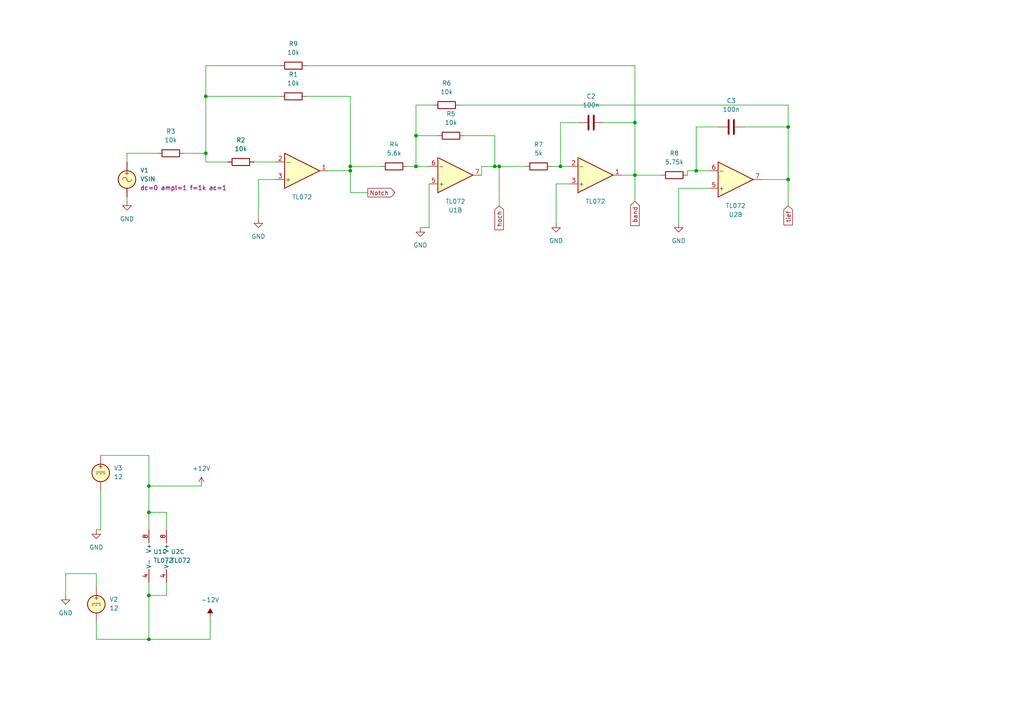
<source format=kicad_sch>
(kicad_sch (version 20230121) (generator eeschema)

  (uuid 975cb6be-d4fb-4dbc-9eff-03249c09e34d)

  (paper "A4")

  (lib_symbols
    (symbol "Amplifier_Operational:TL072" (pin_names (offset 0.127)) (in_bom yes) (on_board yes)
      (property "Reference" "U" (at 0 5.08 0)
        (effects (font (size 1.27 1.27)) (justify left))
      )
      (property "Value" "TL072" (at 0 -5.08 0)
        (effects (font (size 1.27 1.27)) (justify left))
      )
      (property "Footprint" "" (at 0 0 0)
        (effects (font (size 1.27 1.27)) hide)
      )
      (property "Datasheet" "http://www.ti.com/lit/ds/symlink/tl071.pdf" (at 0 0 0)
        (effects (font (size 1.27 1.27)) hide)
      )
      (property "ki_locked" "" (at 0 0 0)
        (effects (font (size 1.27 1.27)))
      )
      (property "ki_keywords" "dual opamp" (at 0 0 0)
        (effects (font (size 1.27 1.27)) hide)
      )
      (property "ki_description" "Dual Low-Noise JFET-Input Operational Amplifiers, DIP-8/SOIC-8" (at 0 0 0)
        (effects (font (size 1.27 1.27)) hide)
      )
      (property "ki_fp_filters" "SOIC*3.9x4.9mm*P1.27mm* DIP*W7.62mm* TO*99* OnSemi*Micro8* TSSOP*3x3mm*P0.65mm* TSSOP*4.4x3mm*P0.65mm* MSOP*3x3mm*P0.65mm* SSOP*3.9x4.9mm*P0.635mm* LFCSP*2x2mm*P0.5mm* *SIP* SOIC*5.3x6.2mm*P1.27mm*" (at 0 0 0)
        (effects (font (size 1.27 1.27)) hide)
      )
      (symbol "TL072_1_1"
        (polyline
          (pts
            (xy -5.08 5.08)
            (xy 5.08 0)
            (xy -5.08 -5.08)
            (xy -5.08 5.08)
          )
          (stroke (width 0.254) (type default))
          (fill (type background))
        )
        (pin output line (at 7.62 0 180) (length 2.54)
          (name "~" (effects (font (size 1.27 1.27))))
          (number "1" (effects (font (size 1.27 1.27))))
        )
        (pin input line (at -7.62 -2.54 0) (length 2.54)
          (name "-" (effects (font (size 1.27 1.27))))
          (number "2" (effects (font (size 1.27 1.27))))
        )
        (pin input line (at -7.62 2.54 0) (length 2.54)
          (name "+" (effects (font (size 1.27 1.27))))
          (number "3" (effects (font (size 1.27 1.27))))
        )
      )
      (symbol "TL072_2_1"
        (polyline
          (pts
            (xy -5.08 5.08)
            (xy 5.08 0)
            (xy -5.08 -5.08)
            (xy -5.08 5.08)
          )
          (stroke (width 0.254) (type default))
          (fill (type background))
        )
        (pin input line (at -7.62 2.54 0) (length 2.54)
          (name "+" (effects (font (size 1.27 1.27))))
          (number "5" (effects (font (size 1.27 1.27))))
        )
        (pin input line (at -7.62 -2.54 0) (length 2.54)
          (name "-" (effects (font (size 1.27 1.27))))
          (number "6" (effects (font (size 1.27 1.27))))
        )
        (pin output line (at 7.62 0 180) (length 2.54)
          (name "~" (effects (font (size 1.27 1.27))))
          (number "7" (effects (font (size 1.27 1.27))))
        )
      )
      (symbol "TL072_3_1"
        (pin power_in line (at -2.54 -7.62 90) (length 3.81)
          (name "V-" (effects (font (size 1.27 1.27))))
          (number "4" (effects (font (size 1.27 1.27))))
        )
        (pin power_in line (at -2.54 7.62 270) (length 3.81)
          (name "V+" (effects (font (size 1.27 1.27))))
          (number "8" (effects (font (size 1.27 1.27))))
        )
      )
    )
    (symbol "Device:C" (pin_numbers hide) (pin_names (offset 0.254)) (in_bom yes) (on_board yes)
      (property "Reference" "C" (at 0.635 2.54 0)
        (effects (font (size 1.27 1.27)) (justify left))
      )
      (property "Value" "C" (at 0.635 -2.54 0)
        (effects (font (size 1.27 1.27)) (justify left))
      )
      (property "Footprint" "" (at 0.9652 -3.81 0)
        (effects (font (size 1.27 1.27)) hide)
      )
      (property "Datasheet" "~" (at 0 0 0)
        (effects (font (size 1.27 1.27)) hide)
      )
      (property "ki_keywords" "cap capacitor" (at 0 0 0)
        (effects (font (size 1.27 1.27)) hide)
      )
      (property "ki_description" "Unpolarized capacitor" (at 0 0 0)
        (effects (font (size 1.27 1.27)) hide)
      )
      (property "ki_fp_filters" "C_*" (at 0 0 0)
        (effects (font (size 1.27 1.27)) hide)
      )
      (symbol "C_0_1"
        (polyline
          (pts
            (xy -2.032 -0.762)
            (xy 2.032 -0.762)
          )
          (stroke (width 0.508) (type default))
          (fill (type none))
        )
        (polyline
          (pts
            (xy -2.032 0.762)
            (xy 2.032 0.762)
          )
          (stroke (width 0.508) (type default))
          (fill (type none))
        )
      )
      (symbol "C_1_1"
        (pin passive line (at 0 3.81 270) (length 2.794)
          (name "~" (effects (font (size 1.27 1.27))))
          (number "1" (effects (font (size 1.27 1.27))))
        )
        (pin passive line (at 0 -3.81 90) (length 2.794)
          (name "~" (effects (font (size 1.27 1.27))))
          (number "2" (effects (font (size 1.27 1.27))))
        )
      )
    )
    (symbol "Device:R" (pin_numbers hide) (pin_names (offset 0)) (in_bom yes) (on_board yes)
      (property "Reference" "R" (at 2.032 0 90)
        (effects (font (size 1.27 1.27)))
      )
      (property "Value" "R" (at 0 0 90)
        (effects (font (size 1.27 1.27)))
      )
      (property "Footprint" "" (at -1.778 0 90)
        (effects (font (size 1.27 1.27)) hide)
      )
      (property "Datasheet" "~" (at 0 0 0)
        (effects (font (size 1.27 1.27)) hide)
      )
      (property "ki_keywords" "R res resistor" (at 0 0 0)
        (effects (font (size 1.27 1.27)) hide)
      )
      (property "ki_description" "Resistor" (at 0 0 0)
        (effects (font (size 1.27 1.27)) hide)
      )
      (property "ki_fp_filters" "R_*" (at 0 0 0)
        (effects (font (size 1.27 1.27)) hide)
      )
      (symbol "R_0_1"
        (rectangle (start -1.016 -2.54) (end 1.016 2.54)
          (stroke (width 0.254) (type default))
          (fill (type none))
        )
      )
      (symbol "R_1_1"
        (pin passive line (at 0 3.81 270) (length 1.27)
          (name "~" (effects (font (size 1.27 1.27))))
          (number "1" (effects (font (size 1.27 1.27))))
        )
        (pin passive line (at 0 -3.81 90) (length 1.27)
          (name "~" (effects (font (size 1.27 1.27))))
          (number "2" (effects (font (size 1.27 1.27))))
        )
      )
    )
    (symbol "Simulation_SPICE:VDC" (pin_numbers hide) (pin_names (offset 0.0254)) (in_bom yes) (on_board yes)
      (property "Reference" "V" (at 2.54 2.54 0)
        (effects (font (size 1.27 1.27)) (justify left))
      )
      (property "Value" "1" (at 2.54 0 0)
        (effects (font (size 1.27 1.27)) (justify left))
      )
      (property "Footprint" "" (at 0 0 0)
        (effects (font (size 1.27 1.27)) hide)
      )
      (property "Datasheet" "~" (at 0 0 0)
        (effects (font (size 1.27 1.27)) hide)
      )
      (property "Sim.Pins" "1=+ 2=-" (at 0 0 0)
        (effects (font (size 1.27 1.27)) hide)
      )
      (property "Sim.Type" "DC" (at 0 0 0)
        (effects (font (size 1.27 1.27)) hide)
      )
      (property "Sim.Device" "V" (at 0 0 0)
        (effects (font (size 1.27 1.27)) (justify left) hide)
      )
      (property "ki_keywords" "simulation" (at 0 0 0)
        (effects (font (size 1.27 1.27)) hide)
      )
      (property "ki_description" "Voltage source, DC" (at 0 0 0)
        (effects (font (size 1.27 1.27)) hide)
      )
      (symbol "VDC_0_0"
        (polyline
          (pts
            (xy -1.27 0.254)
            (xy 1.27 0.254)
          )
          (stroke (width 0) (type default))
          (fill (type none))
        )
        (polyline
          (pts
            (xy -0.762 -0.254)
            (xy -1.27 -0.254)
          )
          (stroke (width 0) (type default))
          (fill (type none))
        )
        (polyline
          (pts
            (xy 0.254 -0.254)
            (xy -0.254 -0.254)
          )
          (stroke (width 0) (type default))
          (fill (type none))
        )
        (polyline
          (pts
            (xy 1.27 -0.254)
            (xy 0.762 -0.254)
          )
          (stroke (width 0) (type default))
          (fill (type none))
        )
        (text "+" (at 0 1.905 0)
          (effects (font (size 1.27 1.27)))
        )
      )
      (symbol "VDC_0_1"
        (circle (center 0 0) (radius 2.54)
          (stroke (width 0.254) (type default))
          (fill (type background))
        )
      )
      (symbol "VDC_1_1"
        (pin passive line (at 0 5.08 270) (length 2.54)
          (name "~" (effects (font (size 1.27 1.27))))
          (number "1" (effects (font (size 1.27 1.27))))
        )
        (pin passive line (at 0 -5.08 90) (length 2.54)
          (name "~" (effects (font (size 1.27 1.27))))
          (number "2" (effects (font (size 1.27 1.27))))
        )
      )
    )
    (symbol "Simulation_SPICE:VSIN" (pin_numbers hide) (pin_names (offset 0.0254)) (in_bom yes) (on_board yes)
      (property "Reference" "V" (at 2.54 2.54 0)
        (effects (font (size 1.27 1.27)) (justify left))
      )
      (property "Value" "VSIN" (at 2.54 0 0)
        (effects (font (size 1.27 1.27)) (justify left))
      )
      (property "Footprint" "" (at 0 0 0)
        (effects (font (size 1.27 1.27)) hide)
      )
      (property "Datasheet" "~" (at 0 0 0)
        (effects (font (size 1.27 1.27)) hide)
      )
      (property "Sim.Pins" "1=+ 2=-" (at 0 0 0)
        (effects (font (size 1.27 1.27)) hide)
      )
      (property "Sim.Params" "dc=0 ampl=1 f=1k ac=1" (at 2.54 -2.54 0)
        (effects (font (size 1.27 1.27)) (justify left))
      )
      (property "Sim.Type" "SIN" (at 0 0 0)
        (effects (font (size 1.27 1.27)) hide)
      )
      (property "Sim.Device" "V" (at 0 0 0)
        (effects (font (size 1.27 1.27)) (justify left) hide)
      )
      (property "ki_keywords" "simulation ac vac" (at 0 0 0)
        (effects (font (size 1.27 1.27)) hide)
      )
      (property "ki_description" "Voltage source, sinusoidal" (at 0 0 0)
        (effects (font (size 1.27 1.27)) hide)
      )
      (symbol "VSIN_0_0"
        (arc (start 0 0) (mid -0.635 0.6323) (end -1.27 0)
          (stroke (width 0) (type default))
          (fill (type none))
        )
        (arc (start 0 0) (mid 0.635 -0.6323) (end 1.27 0)
          (stroke (width 0) (type default))
          (fill (type none))
        )
        (text "+" (at 0 1.905 0)
          (effects (font (size 1.27 1.27)))
        )
      )
      (symbol "VSIN_0_1"
        (circle (center 0 0) (radius 2.54)
          (stroke (width 0.254) (type default))
          (fill (type background))
        )
      )
      (symbol "VSIN_1_1"
        (pin passive line (at 0 5.08 270) (length 2.54)
          (name "~" (effects (font (size 1.27 1.27))))
          (number "1" (effects (font (size 1.27 1.27))))
        )
        (pin passive line (at 0 -5.08 90) (length 2.54)
          (name "~" (effects (font (size 1.27 1.27))))
          (number "2" (effects (font (size 1.27 1.27))))
        )
      )
    )
    (symbol "power:+12V" (power) (pin_names (offset 0)) (in_bom yes) (on_board yes)
      (property "Reference" "#PWR" (at 0 -3.81 0)
        (effects (font (size 1.27 1.27)) hide)
      )
      (property "Value" "+12V" (at 0 3.556 0)
        (effects (font (size 1.27 1.27)))
      )
      (property "Footprint" "" (at 0 0 0)
        (effects (font (size 1.27 1.27)) hide)
      )
      (property "Datasheet" "" (at 0 0 0)
        (effects (font (size 1.27 1.27)) hide)
      )
      (property "ki_keywords" "global power" (at 0 0 0)
        (effects (font (size 1.27 1.27)) hide)
      )
      (property "ki_description" "Power symbol creates a global label with name \"+12V\"" (at 0 0 0)
        (effects (font (size 1.27 1.27)) hide)
      )
      (symbol "+12V_0_1"
        (polyline
          (pts
            (xy -0.762 1.27)
            (xy 0 2.54)
          )
          (stroke (width 0) (type default))
          (fill (type none))
        )
        (polyline
          (pts
            (xy 0 0)
            (xy 0 2.54)
          )
          (stroke (width 0) (type default))
          (fill (type none))
        )
        (polyline
          (pts
            (xy 0 2.54)
            (xy 0.762 1.27)
          )
          (stroke (width 0) (type default))
          (fill (type none))
        )
      )
      (symbol "+12V_1_1"
        (pin power_in line (at 0 0 90) (length 0) hide
          (name "+12V" (effects (font (size 1.27 1.27))))
          (number "1" (effects (font (size 1.27 1.27))))
        )
      )
    )
    (symbol "power:-12V" (power) (pin_names (offset 0)) (in_bom yes) (on_board yes)
      (property "Reference" "#PWR" (at 0 2.54 0)
        (effects (font (size 1.27 1.27)) hide)
      )
      (property "Value" "-12V" (at 0 3.81 0)
        (effects (font (size 1.27 1.27)))
      )
      (property "Footprint" "" (at 0 0 0)
        (effects (font (size 1.27 1.27)) hide)
      )
      (property "Datasheet" "" (at 0 0 0)
        (effects (font (size 1.27 1.27)) hide)
      )
      (property "ki_keywords" "global power" (at 0 0 0)
        (effects (font (size 1.27 1.27)) hide)
      )
      (property "ki_description" "Power symbol creates a global label with name \"-12V\"" (at 0 0 0)
        (effects (font (size 1.27 1.27)) hide)
      )
      (symbol "-12V_0_0"
        (pin power_in line (at 0 0 90) (length 0) hide
          (name "-12V" (effects (font (size 1.27 1.27))))
          (number "1" (effects (font (size 1.27 1.27))))
        )
      )
      (symbol "-12V_0_1"
        (polyline
          (pts
            (xy 0 0)
            (xy 0 1.27)
            (xy 0.762 1.27)
            (xy 0 2.54)
            (xy -0.762 1.27)
            (xy 0 1.27)
          )
          (stroke (width 0) (type default))
          (fill (type outline))
        )
      )
    )
    (symbol "power:GND" (power) (pin_names (offset 0)) (in_bom yes) (on_board yes)
      (property "Reference" "#PWR" (at 0 -6.35 0)
        (effects (font (size 1.27 1.27)) hide)
      )
      (property "Value" "GND" (at 0 -3.81 0)
        (effects (font (size 1.27 1.27)))
      )
      (property "Footprint" "" (at 0 0 0)
        (effects (font (size 1.27 1.27)) hide)
      )
      (property "Datasheet" "" (at 0 0 0)
        (effects (font (size 1.27 1.27)) hide)
      )
      (property "ki_keywords" "global power" (at 0 0 0)
        (effects (font (size 1.27 1.27)) hide)
      )
      (property "ki_description" "Power symbol creates a global label with name \"GND\" , ground" (at 0 0 0)
        (effects (font (size 1.27 1.27)) hide)
      )
      (symbol "GND_0_1"
        (polyline
          (pts
            (xy 0 0)
            (xy 0 -1.27)
            (xy 1.27 -1.27)
            (xy 0 -2.54)
            (xy -1.27 -1.27)
            (xy 0 -1.27)
          )
          (stroke (width 0) (type default))
          (fill (type none))
        )
      )
      (symbol "GND_1_1"
        (pin power_in line (at 0 0 270) (length 0) hide
          (name "GND" (effects (font (size 1.27 1.27))))
          (number "1" (effects (font (size 1.27 1.27))))
        )
      )
    )
  )

  (junction (at 101.6 48.26) (diameter 0) (color 0 0 0 0)
    (uuid 0236322a-d89c-4267-ba80-8370be42c314)
  )
  (junction (at 228.6 36.83) (diameter 0) (color 0 0 0 0)
    (uuid 0d4f1f83-8b06-417a-b030-0bb392e95561)
  )
  (junction (at 43.18 172.72) (diameter 0) (color 0 0 0 0)
    (uuid 127bd3e6-732c-43d2-884a-122b3940a680)
  )
  (junction (at 59.69 44.45) (diameter 0) (color 0 0 0 0)
    (uuid 23eecf9d-1d1f-4b50-9893-d374ff7bc2e3)
  )
  (junction (at 43.18 185.42) (diameter 0) (color 0 0 0 0)
    (uuid 3604bd43-3052-4282-baf7-02a84f1569ae)
  )
  (junction (at 184.15 50.8) (diameter 0) (color 0 0 0 0)
    (uuid 5e688b80-1002-46e9-93b6-adf575b895e4)
  )
  (junction (at 43.18 140.97) (diameter 0) (color 0 0 0 0)
    (uuid 65cabcab-be97-4735-9af4-8e0d1d8a9ba7)
  )
  (junction (at 201.93 49.53) (diameter 0) (color 0 0 0 0)
    (uuid 66d68891-2b5a-426b-be5b-a2d42bdf3356)
  )
  (junction (at 120.65 48.26) (diameter 0) (color 0 0 0 0)
    (uuid 8e03af26-24a0-44ff-b56f-cecf6a15c9a2)
  )
  (junction (at 144.78 48.26) (diameter 0) (color 0 0 0 0)
    (uuid 91ec70b9-5175-43fe-bf0c-90102b00cca8)
  )
  (junction (at 101.6 49.53) (diameter 0) (color 0 0 0 0)
    (uuid 95afb766-5ea2-4f8b-9c81-2f15aeb12d93)
  )
  (junction (at 143.51 48.26) (diameter 0) (color 0 0 0 0)
    (uuid b0549c3f-414f-406f-894d-f6ed437e1097)
  )
  (junction (at 43.18 148.59) (diameter 0) (color 0 0 0 0)
    (uuid c76af7bf-2e55-47bd-916e-86f904380e94)
  )
  (junction (at 120.65 39.37) (diameter 0) (color 0 0 0 0)
    (uuid d629710a-3f22-41b2-bf81-5a4bb29cbd90)
  )
  (junction (at 59.69 27.94) (diameter 0) (color 0 0 0 0)
    (uuid f0b75697-6ce0-430b-8fd1-a6dba2c597a1)
  )
  (junction (at 228.6 52.07) (diameter 0) (color 0 0 0 0)
    (uuid f372559c-6d36-408b-abd2-cdadf4d498b4)
  )
  (junction (at 162.56 48.26) (diameter 0) (color 0 0 0 0)
    (uuid fc0a560c-1013-4ae2-8d9e-f3655888a564)
  )
  (junction (at 184.15 35.56) (diameter 0) (color 0 0 0 0)
    (uuid fdeae5a8-7fdc-4d07-a441-b57789920f09)
  )

  (wire (pts (xy 53.34 44.45) (xy 59.69 44.45))
    (stroke (width 0) (type default))
    (uuid 010d89f0-b9a8-4c47-a661-c5a676d890b7)
  )
  (wire (pts (xy 125.73 30.48) (xy 120.65 30.48))
    (stroke (width 0) (type default))
    (uuid 01b9d763-bdf3-4f70-a425-535bc8e84fc9)
  )
  (wire (pts (xy 101.6 49.53) (xy 101.6 48.26))
    (stroke (width 0) (type default))
    (uuid 0224b981-1d68-4902-80a4-4ad290967fe6)
  )
  (wire (pts (xy 95.25 49.53) (xy 101.6 49.53))
    (stroke (width 0) (type default))
    (uuid 040f2ca5-e5a6-4fff-bd97-901c343c4e73)
  )
  (wire (pts (xy 228.6 36.83) (xy 215.9 36.83))
    (stroke (width 0) (type default))
    (uuid 0492c171-125f-4099-bd3a-c9b0e5c9020d)
  )
  (wire (pts (xy 144.78 48.26) (xy 152.4 48.26))
    (stroke (width 0) (type default))
    (uuid 06e7ef65-d94c-4949-8946-14aedda92ad5)
  )
  (wire (pts (xy 88.9 27.94) (xy 101.6 27.94))
    (stroke (width 0) (type default))
    (uuid 0afdce23-9635-4e9f-b34e-3733a0261919)
  )
  (wire (pts (xy 74.93 52.07) (xy 80.01 52.07))
    (stroke (width 0) (type default))
    (uuid 140305a0-590e-4bb0-bc0e-9276ceac6317)
  )
  (wire (pts (xy 184.15 50.8) (xy 191.77 50.8))
    (stroke (width 0) (type default))
    (uuid 1704b730-14ef-4f13-a1c8-853aa78da9ad)
  )
  (wire (pts (xy 48.26 148.59) (xy 43.18 148.59))
    (stroke (width 0) (type default))
    (uuid 2325a359-2698-470c-8e1e-18c51fc60672)
  )
  (wire (pts (xy 205.74 54.61) (xy 196.85 54.61))
    (stroke (width 0) (type default))
    (uuid 2421d5ad-8fcc-47ff-8cbe-f8c08aab71c2)
  )
  (wire (pts (xy 43.18 148.59) (xy 43.18 153.67))
    (stroke (width 0) (type default))
    (uuid 25a4ef8d-caa2-49df-b90e-e172df222a7b)
  )
  (wire (pts (xy 48.26 172.72) (xy 43.18 172.72))
    (stroke (width 0) (type default))
    (uuid 25c20849-5973-40d5-9a16-e50a3f4cc009)
  )
  (wire (pts (xy 101.6 55.88) (xy 106.68 55.88))
    (stroke (width 0) (type default))
    (uuid 364d7f97-880b-4e57-a502-dccb4e41e24e)
  )
  (wire (pts (xy 43.18 140.97) (xy 43.18 148.59))
    (stroke (width 0) (type default))
    (uuid 37e26190-8586-4950-bc0c-2af4cdb0c870)
  )
  (wire (pts (xy 162.56 35.56) (xy 162.56 48.26))
    (stroke (width 0) (type default))
    (uuid 38c2a097-d985-4dfe-851e-fef35e2b06f5)
  )
  (wire (pts (xy 36.83 44.45) (xy 45.72 44.45))
    (stroke (width 0) (type default))
    (uuid 38ca5dfa-2399-4aec-9331-b880467a2cb6)
  )
  (wire (pts (xy 19.05 172.72) (xy 19.05 166.37))
    (stroke (width 0) (type default))
    (uuid 38e3c3dc-f63a-4ca9-91ea-0f7f0e9d9c8f)
  )
  (wire (pts (xy 228.6 36.83) (xy 228.6 52.07))
    (stroke (width 0) (type default))
    (uuid 3c81d43f-fdba-4b84-a213-fc816b5e150c)
  )
  (wire (pts (xy 134.62 39.37) (xy 143.51 39.37))
    (stroke (width 0) (type default))
    (uuid 4031ca9d-154d-40e7-bb7b-16661230d713)
  )
  (wire (pts (xy 143.51 48.26) (xy 139.7 48.26))
    (stroke (width 0) (type default))
    (uuid 457548d0-0b45-4b65-90a6-cacbf601b433)
  )
  (wire (pts (xy 29.21 142.24) (xy 29.21 153.67))
    (stroke (width 0) (type default))
    (uuid 4602d882-de49-492a-836f-cddb3d016b15)
  )
  (wire (pts (xy 27.94 166.37) (xy 27.94 170.18))
    (stroke (width 0) (type default))
    (uuid 4a432f77-fa08-410c-a35b-c7c5e8ee99e5)
  )
  (wire (pts (xy 43.18 172.72) (xy 43.18 185.42))
    (stroke (width 0) (type default))
    (uuid 4c226cd1-425d-450d-9f56-b738a0230fdd)
  )
  (wire (pts (xy 165.1 53.34) (xy 161.29 53.34))
    (stroke (width 0) (type default))
    (uuid 502ba7fa-b7fe-4c67-a335-18cbf347b1d3)
  )
  (wire (pts (xy 124.46 53.34) (xy 124.46 66.04))
    (stroke (width 0) (type default))
    (uuid 58d4e201-76b5-41aa-a650-6d619e1f5526)
  )
  (wire (pts (xy 88.9 19.05) (xy 184.15 19.05))
    (stroke (width 0) (type default))
    (uuid 592595f8-2156-4e22-8068-0bfe56c053d3)
  )
  (wire (pts (xy 208.28 36.83) (xy 201.93 36.83))
    (stroke (width 0) (type default))
    (uuid 5ca777c8-2e9b-47e0-ba60-64974f2cd7fa)
  )
  (wire (pts (xy 199.39 49.53) (xy 199.39 50.8))
    (stroke (width 0) (type default))
    (uuid 60ae80a8-3689-4d25-bf2c-99a652697695)
  )
  (wire (pts (xy 196.85 54.61) (xy 196.85 64.77))
    (stroke (width 0) (type default))
    (uuid 63fe3bba-ac96-4879-b8da-84c4697f509d)
  )
  (wire (pts (xy 175.26 35.56) (xy 184.15 35.56))
    (stroke (width 0) (type default))
    (uuid 7050d451-ca15-44d4-8593-89b6d0d6bec0)
  )
  (wire (pts (xy 36.83 46.99) (xy 36.83 44.45))
    (stroke (width 0) (type default))
    (uuid 766b3394-2499-41be-a375-0a10b73b83d2)
  )
  (wire (pts (xy 120.65 48.26) (xy 124.46 48.26))
    (stroke (width 0) (type default))
    (uuid 79e91f3a-c83f-43f5-b830-76207301f234)
  )
  (wire (pts (xy 165.1 48.26) (xy 162.56 48.26))
    (stroke (width 0) (type default))
    (uuid 7d8d0044-76be-4dbb-aab8-372c33cf8cec)
  )
  (wire (pts (xy 228.6 30.48) (xy 228.6 36.83))
    (stroke (width 0) (type default))
    (uuid 7f42f44f-caa2-4dd7-af4e-c4aa59ef9246)
  )
  (wire (pts (xy 162.56 48.26) (xy 160.02 48.26))
    (stroke (width 0) (type default))
    (uuid 85084598-46ec-442e-bf00-66e83f3e636e)
  )
  (wire (pts (xy 58.42 140.97) (xy 43.18 140.97))
    (stroke (width 0) (type default))
    (uuid 8ae6f5fc-497d-4642-a1b8-0fd2ed65ce9e)
  )
  (wire (pts (xy 66.04 46.99) (xy 59.69 46.99))
    (stroke (width 0) (type default))
    (uuid 8e3cdd8d-4d33-4a84-adfe-3cec3377f661)
  )
  (wire (pts (xy 201.93 49.53) (xy 205.74 49.53))
    (stroke (width 0) (type default))
    (uuid 8ee3a28e-e534-4649-901a-5013dae46934)
  )
  (wire (pts (xy 120.65 30.48) (xy 120.65 39.37))
    (stroke (width 0) (type default))
    (uuid 8f725dbf-1ce1-4da5-b2fe-a1d4f5c7ee52)
  )
  (wire (pts (xy 167.64 35.56) (xy 162.56 35.56))
    (stroke (width 0) (type default))
    (uuid 8fbf90b7-490d-440a-9577-6237329c5c70)
  )
  (wire (pts (xy 29.21 132.08) (xy 43.18 132.08))
    (stroke (width 0) (type default))
    (uuid 921ca86d-21ae-4187-b7bb-57b0ee64301e)
  )
  (wire (pts (xy 180.34 50.8) (xy 184.15 50.8))
    (stroke (width 0) (type default))
    (uuid 9880b741-aff0-4751-892d-c761ec4068e1)
  )
  (wire (pts (xy 201.93 36.83) (xy 201.93 49.53))
    (stroke (width 0) (type default))
    (uuid 9a501ddd-49e4-4aa0-9f29-03afb60cfb5c)
  )
  (wire (pts (xy 143.51 48.26) (xy 144.78 48.26))
    (stroke (width 0) (type default))
    (uuid 9ca305cd-fe37-4871-94d0-085f206f511d)
  )
  (wire (pts (xy 101.6 48.26) (xy 110.49 48.26))
    (stroke (width 0) (type default))
    (uuid a07456c8-61d7-4422-bac2-a36d05b2c3fa)
  )
  (wire (pts (xy 120.65 39.37) (xy 120.65 48.26))
    (stroke (width 0) (type default))
    (uuid a2e63118-db07-4eb3-9e9d-5fa964dd346f)
  )
  (wire (pts (xy 43.18 168.91) (xy 43.18 172.72))
    (stroke (width 0) (type default))
    (uuid a3d5d81e-060b-404c-8b9f-0e27d9fc574a)
  )
  (wire (pts (xy 199.39 49.53) (xy 201.93 49.53))
    (stroke (width 0) (type default))
    (uuid a786774f-2264-401e-988d-5d25ee1ec8e7)
  )
  (wire (pts (xy 29.21 153.67) (xy 27.94 153.67))
    (stroke (width 0) (type default))
    (uuid ab49891d-8779-4568-84ed-fc054039ca7a)
  )
  (wire (pts (xy 184.15 19.05) (xy 184.15 35.56))
    (stroke (width 0) (type default))
    (uuid ad452402-56ee-42ca-952a-53d9cd93120a)
  )
  (wire (pts (xy 74.93 52.07) (xy 74.93 63.5))
    (stroke (width 0) (type default))
    (uuid b59e83a8-c33a-459f-950b-04f4e32f4d9b)
  )
  (wire (pts (xy 43.18 132.08) (xy 43.18 140.97))
    (stroke (width 0) (type default))
    (uuid bd489f82-4feb-4be7-a91c-d0df66c920ef)
  )
  (wire (pts (xy 184.15 35.56) (xy 184.15 50.8))
    (stroke (width 0) (type default))
    (uuid c2fdfb44-6cf9-4315-9813-1643802a760a)
  )
  (wire (pts (xy 118.11 48.26) (xy 120.65 48.26))
    (stroke (width 0) (type default))
    (uuid c422f9ce-9edb-47c5-82dc-283e62093f2e)
  )
  (wire (pts (xy 228.6 52.07) (xy 228.6 59.69))
    (stroke (width 0) (type default))
    (uuid c770158a-af9e-40c0-9937-ff15cdd339ef)
  )
  (wire (pts (xy 59.69 44.45) (xy 59.69 27.94))
    (stroke (width 0) (type default))
    (uuid cac02163-53a1-4f51-8bbe-6bf47f762390)
  )
  (wire (pts (xy 101.6 48.26) (xy 101.6 27.94))
    (stroke (width 0) (type default))
    (uuid cb50fd88-ad92-4b19-bc2f-832d15588760)
  )
  (wire (pts (xy 101.6 55.88) (xy 101.6 49.53))
    (stroke (width 0) (type default))
    (uuid cbdf29b0-a312-4ae6-8ae8-3ac7d91ade30)
  )
  (wire (pts (xy 81.28 19.05) (xy 59.69 19.05))
    (stroke (width 0) (type default))
    (uuid cd1e313e-bd9f-4a94-b0b8-6fd15103f8f2)
  )
  (wire (pts (xy 59.69 46.99) (xy 59.69 44.45))
    (stroke (width 0) (type default))
    (uuid cffb1f95-d14f-46f7-ba3d-005667be3457)
  )
  (wire (pts (xy 27.94 185.42) (xy 43.18 185.42))
    (stroke (width 0) (type default))
    (uuid d1e1c179-f9cb-40b4-a274-d1b15714dafc)
  )
  (wire (pts (xy 19.05 166.37) (xy 27.94 166.37))
    (stroke (width 0) (type default))
    (uuid d2ea866d-5e80-4a99-b158-42be3e43e371)
  )
  (wire (pts (xy 48.26 153.67) (xy 48.26 148.59))
    (stroke (width 0) (type default))
    (uuid d8ed0fd5-7f2c-42e5-a454-c725e0cd9cd8)
  )
  (wire (pts (xy 144.78 59.69) (xy 144.78 48.26))
    (stroke (width 0) (type default))
    (uuid d9d147e5-07f0-49b7-a2c8-79527b0b9739)
  )
  (wire (pts (xy 127 39.37) (xy 120.65 39.37))
    (stroke (width 0) (type default))
    (uuid dc524447-148d-4e24-945a-b68b091f0943)
  )
  (wire (pts (xy 59.69 27.94) (xy 81.28 27.94))
    (stroke (width 0) (type default))
    (uuid dcfa1140-c27e-46d0-ad82-a0f93dc73845)
  )
  (wire (pts (xy 59.69 19.05) (xy 59.69 27.94))
    (stroke (width 0) (type default))
    (uuid dd2d511b-ee47-4d95-aa88-d9a4d5746a41)
  )
  (wire (pts (xy 133.35 30.48) (xy 228.6 30.48))
    (stroke (width 0) (type default))
    (uuid e4fa3974-8cc5-4ce2-8c99-25c878fb3a59)
  )
  (wire (pts (xy 139.7 48.26) (xy 139.7 50.8))
    (stroke (width 0) (type default))
    (uuid eb3b4db4-02dc-4d35-b3a2-8eba415da6d9)
  )
  (wire (pts (xy 43.18 185.42) (xy 60.96 185.42))
    (stroke (width 0) (type default))
    (uuid ebd5834c-2d00-49e2-bbc3-aca172c13d27)
  )
  (wire (pts (xy 143.51 39.37) (xy 143.51 48.26))
    (stroke (width 0) (type default))
    (uuid edad610a-640f-4bec-9376-b063334c032f)
  )
  (wire (pts (xy 80.01 46.99) (xy 73.66 46.99))
    (stroke (width 0) (type default))
    (uuid f45e5a30-bdf6-4d03-a60d-c7d2643e7ded)
  )
  (wire (pts (xy 220.98 52.07) (xy 228.6 52.07))
    (stroke (width 0) (type default))
    (uuid f6ea152e-268f-45e5-8c53-44c9d209ccaa)
  )
  (wire (pts (xy 60.96 179.07) (xy 60.96 185.42))
    (stroke (width 0) (type default))
    (uuid f979d97a-24f9-4234-a68e-ce63628c0811)
  )
  (wire (pts (xy 124.46 66.04) (xy 121.92 66.04))
    (stroke (width 0) (type default))
    (uuid f9b780f5-d458-4be1-bac1-c3bf808bd629)
  )
  (wire (pts (xy 161.29 53.34) (xy 161.29 64.77))
    (stroke (width 0) (type default))
    (uuid faababb1-d39f-4274-b328-55e67848d9d6)
  )
  (wire (pts (xy 48.26 168.91) (xy 48.26 172.72))
    (stroke (width 0) (type default))
    (uuid fbc82436-e798-4f6b-b9c4-9d77e5a3059a)
  )
  (wire (pts (xy 184.15 50.8) (xy 184.15 58.42))
    (stroke (width 0) (type default))
    (uuid fcd22cfb-05c7-4044-91a5-5a74cf493c88)
  )
  (wire (pts (xy 36.83 57.15) (xy 36.83 58.42))
    (stroke (width 0) (type default))
    (uuid fcf0b3ad-c0c8-4bce-b897-44892a5cf2e1)
  )
  (wire (pts (xy 27.94 180.34) (xy 27.94 185.42))
    (stroke (width 0) (type default))
    (uuid fe56521e-dc14-4575-8f7c-4625216b9270)
  )

  (global_label "band" (shape input) (at 184.15 58.42 270) (fields_autoplaced)
    (effects (font (size 1.27 1.27)) (justify right))
    (uuid 046c0332-40c0-490c-931c-be79e4927fc5)
    (property "Intersheetrefs" "${INTERSHEET_REFS}" (at 184.15 66.0012 90)
      (effects (font (size 1.27 1.27)) (justify right) hide)
    )
  )
  (global_label "Notch" (shape output) (at 106.68 55.88 0) (fields_autoplaced)
    (effects (font (size 1.27 1.27)) (justify left))
    (uuid b6217150-ce4f-401f-b8f1-97f1178b0fe5)
    (property "Intersheetrefs" "${INTERSHEET_REFS}" (at 115.108 55.88 0)
      (effects (font (size 1.27 1.27)) (justify left) hide)
    )
  )
  (global_label "hoch" (shape input) (at 144.78 59.69 270) (fields_autoplaced)
    (effects (font (size 1.27 1.27)) (justify right))
    (uuid d8284e87-59ff-4b4e-9f95-8887d3e8075f)
    (property "Intersheetrefs" "${INTERSHEET_REFS}" (at 144.78 67.2108 90)
      (effects (font (size 1.27 1.27)) (justify right) hide)
    )
  )
  (global_label "tief" (shape input) (at 228.6 59.69 270) (fields_autoplaced)
    (effects (font (size 1.27 1.27)) (justify right))
    (uuid e9e5841d-3354-4f24-b93d-d9287f68a4f9)
    (property "Intersheetrefs" "${INTERSHEET_REFS}" (at 228.6 65.82 90)
      (effects (font (size 1.27 1.27)) (justify right) hide)
    )
  )

  (symbol (lib_id "power:GND") (at 36.83 58.42 0) (unit 1)
    (in_bom yes) (on_board yes) (dnp no) (fields_autoplaced)
    (uuid 0ec02145-54c7-4132-8684-50ca8b30986a)
    (property "Reference" "#PWR01" (at 36.83 64.77 0)
      (effects (font (size 1.27 1.27)) hide)
    )
    (property "Value" "GND" (at 36.83 63.5 0)
      (effects (font (size 1.27 1.27)))
    )
    (property "Footprint" "" (at 36.83 58.42 0)
      (effects (font (size 1.27 1.27)) hide)
    )
    (property "Datasheet" "" (at 36.83 58.42 0)
      (effects (font (size 1.27 1.27)) hide)
    )
    (pin "1" (uuid 727943f6-a383-4fc3-b842-198f503c47ca))
    (instances
      (project "universalfilter"
        (path "/975cb6be-d4fb-4dbc-9eff-03249c09e34d"
          (reference "#PWR01") (unit 1)
        )
      )
    )
  )

  (symbol (lib_id "power:-12V") (at 60.96 179.07 0) (unit 1)
    (in_bom yes) (on_board yes) (dnp no) (fields_autoplaced)
    (uuid 143be46c-2743-4c77-b342-e9ff3ed2bf8c)
    (property "Reference" "#PWR07" (at 60.96 176.53 0)
      (effects (font (size 1.27 1.27)) hide)
    )
    (property "Value" "-12V" (at 60.96 173.99 0)
      (effects (font (size 1.27 1.27)))
    )
    (property "Footprint" "" (at 60.96 179.07 0)
      (effects (font (size 1.27 1.27)) hide)
    )
    (property "Datasheet" "" (at 60.96 179.07 0)
      (effects (font (size 1.27 1.27)) hide)
    )
    (pin "1" (uuid 9215d370-d05f-4d72-83cc-89c6de9d91c4))
    (instances
      (project "universalfilter"
        (path "/975cb6be-d4fb-4dbc-9eff-03249c09e34d"
          (reference "#PWR07") (unit 1)
        )
      )
    )
  )

  (symbol (lib_id "Amplifier_Operational:TL072") (at 213.36 52.07 0) (mirror x) (unit 2)
    (in_bom yes) (on_board yes) (dnp no)
    (uuid 1aedb90f-f33e-4ea6-abd7-8139ca43e159)
    (property "Reference" "U2" (at 213.36 62.23 0)
      (effects (font (size 1.27 1.27)))
    )
    (property "Value" "TL072" (at 213.36 59.69 0)
      (effects (font (size 1.27 1.27)))
    )
    (property "Footprint" "" (at 213.36 52.07 0)
      (effects (font (size 1.27 1.27)) hide)
    )
    (property "Datasheet" "http://www.ti.com/lit/ds/symlink/tl071.pdf" (at 213.36 52.07 0)
      (effects (font (size 1.27 1.27)) hide)
    )
    (property "Sim.Library" "TL072-dual.lib" (at 213.36 52.07 0)
      (effects (font (size 1.27 1.27)) hide)
    )
    (property "Sim.Name" "TL072c" (at 213.36 52.07 0)
      (effects (font (size 1.27 1.27)) hide)
    )
    (property "Sim.Device" "SUBCKT" (at 213.36 52.07 0)
      (effects (font (size 1.27 1.27)) hide)
    )
    (property "Sim.Pins" "1=1out 2=1in- 3=1in+ 4=vcc- 5=2in+ 6=2in- 7=2out 8=vcc+" (at 213.36 52.07 0)
      (effects (font (size 1.27 1.27)) hide)
    )
    (pin "1" (uuid 4656fd70-2ca1-49ec-9f89-156c6fbe8877))
    (pin "6" (uuid 1f9df693-fbd2-4792-91b5-3f2f21b58008))
    (pin "4" (uuid edecfdde-6efa-4657-8c48-24a746d61e00))
    (pin "3" (uuid b467f47e-a94f-48f3-bfa9-10981c35931d))
    (pin "2" (uuid 4c86c15a-29ab-427c-9fdf-c10e912adc14))
    (pin "5" (uuid d956e970-31ed-46d7-a1cb-dcc957d52f85))
    (pin "8" (uuid 4af78e3b-c301-4034-bb4a-f9e4278a45a8))
    (pin "7" (uuid f9c1a848-28c5-41c7-903b-fa6e4582ce9e))
    (instances
      (project "universalfilter"
        (path "/975cb6be-d4fb-4dbc-9eff-03249c09e34d"
          (reference "U2") (unit 2)
        )
      )
    )
  )

  (symbol (lib_id "Amplifier_Operational:TL072") (at 45.72 161.29 0) (unit 3)
    (in_bom yes) (on_board yes) (dnp no) (fields_autoplaced)
    (uuid 1b371800-5f26-4254-8f01-dd35082113ca)
    (property "Reference" "U1" (at 44.45 160.02 0)
      (effects (font (size 1.27 1.27)) (justify left))
    )
    (property "Value" "TL072" (at 44.45 162.56 0)
      (effects (font (size 1.27 1.27)) (justify left))
    )
    (property "Footprint" "" (at 45.72 161.29 0)
      (effects (font (size 1.27 1.27)) hide)
    )
    (property "Datasheet" "http://www.ti.com/lit/ds/symlink/tl071.pdf" (at 45.72 161.29 0)
      (effects (font (size 1.27 1.27)) hide)
    )
    (property "Sim.Library" "TL072-dual.lib" (at 45.72 161.29 0)
      (effects (font (size 1.27 1.27)) hide)
    )
    (property "Sim.Name" "TL072c" (at 45.72 161.29 0)
      (effects (font (size 1.27 1.27)) hide)
    )
    (property "Sim.Device" "SUBCKT" (at 45.72 161.29 0)
      (effects (font (size 1.27 1.27)) hide)
    )
    (property "Sim.Pins" "1=1out 2=1in- 3=1in+ 4=vcc- 5=2in+ 6=2in- 7=2out 8=vcc+" (at 45.72 161.29 0)
      (effects (font (size 1.27 1.27)) hide)
    )
    (pin "1" (uuid 4656fd70-2ca1-49ec-9f89-156c6fbe8875))
    (pin "6" (uuid 66a902a4-9b01-46de-9f50-c96184fd7914))
    (pin "4" (uuid 75dcc887-f9e8-424f-bcd4-ee83d32044cd))
    (pin "3" (uuid b467f47e-a94f-48f3-bfa9-10981c35931b))
    (pin "2" (uuid 4c86c15a-29ab-427c-9fdf-c10e912adc12))
    (pin "5" (uuid 01d2a251-e2ca-4137-97ff-c60209863518))
    (pin "8" (uuid 1419f15d-e2c2-4966-80d3-e3135839af27))
    (pin "7" (uuid 86a2f517-de06-400b-9888-a463ad573733))
    (instances
      (project "universalfilter"
        (path "/975cb6be-d4fb-4dbc-9eff-03249c09e34d"
          (reference "U1") (unit 3)
        )
      )
    )
  )

  (symbol (lib_id "power:GND") (at 27.94 153.67 0) (unit 1)
    (in_bom yes) (on_board yes) (dnp no) (fields_autoplaced)
    (uuid 440ba6bb-c237-4acf-8f4d-94914f7700b7)
    (property "Reference" "#PWR05" (at 27.94 160.02 0)
      (effects (font (size 1.27 1.27)) hide)
    )
    (property "Value" "GND" (at 27.94 158.75 0)
      (effects (font (size 1.27 1.27)))
    )
    (property "Footprint" "" (at 27.94 153.67 0)
      (effects (font (size 1.27 1.27)) hide)
    )
    (property "Datasheet" "" (at 27.94 153.67 0)
      (effects (font (size 1.27 1.27)) hide)
    )
    (pin "1" (uuid 53b74940-56ec-402b-80e5-22c1fccc4b58))
    (instances
      (project "universalfilter"
        (path "/975cb6be-d4fb-4dbc-9eff-03249c09e34d"
          (reference "#PWR05") (unit 1)
        )
      )
    )
  )

  (symbol (lib_id "power:GND") (at 196.85 64.77 0) (unit 1)
    (in_bom yes) (on_board yes) (dnp no) (fields_autoplaced)
    (uuid 44595a73-e4f7-4073-8f48-867a955cf69d)
    (property "Reference" "#PWR09" (at 196.85 71.12 0)
      (effects (font (size 1.27 1.27)) hide)
    )
    (property "Value" "GND" (at 196.85 69.85 0)
      (effects (font (size 1.27 1.27)))
    )
    (property "Footprint" "" (at 196.85 64.77 0)
      (effects (font (size 1.27 1.27)) hide)
    )
    (property "Datasheet" "" (at 196.85 64.77 0)
      (effects (font (size 1.27 1.27)) hide)
    )
    (pin "1" (uuid dbd705bd-a3c8-4a70-aecd-f2e8a5827a07))
    (instances
      (project "universalfilter"
        (path "/975cb6be-d4fb-4dbc-9eff-03249c09e34d"
          (reference "#PWR09") (unit 1)
        )
      )
    )
  )

  (symbol (lib_id "Amplifier_Operational:TL072") (at 87.63 49.53 0) (mirror x) (unit 1)
    (in_bom yes) (on_board yes) (dnp no)
    (uuid 4684b507-6df0-4989-80ed-4fc9d3d48b7c)
    (property "Reference" "U1" (at 87.63 59.69 0)
      (effects (font (size 1.27 1.27)) hide)
    )
    (property "Value" "TL072" (at 87.63 57.15 0)
      (effects (font (size 1.27 1.27)))
    )
    (property "Footprint" "" (at 87.63 49.53 0)
      (effects (font (size 1.27 1.27)) hide)
    )
    (property "Datasheet" "http://www.ti.com/lit/ds/symlink/tl071.pdf" (at 87.63 49.53 0)
      (effects (font (size 1.27 1.27)) hide)
    )
    (property "Sim.Library" "TL072-dual.lib" (at 87.63 49.53 0)
      (effects (font (size 1.27 1.27)) hide)
    )
    (property "Sim.Name" "TL072c" (at 87.63 49.53 0)
      (effects (font (size 1.27 1.27)) hide)
    )
    (property "Sim.Device" "SUBCKT" (at 87.63 49.53 0)
      (effects (font (size 1.27 1.27)) hide)
    )
    (property "Sim.Pins" "1=1out 2=1in- 3=1in+ 4=vcc- 5=2in+ 6=2in- 7=2out 8=vcc+" (at 87.63 49.53 0)
      (effects (font (size 1.27 1.27)) hide)
    )
    (pin "1" (uuid 95b03f2c-7c71-4e47-bb75-3c6914bc2887))
    (pin "6" (uuid 66a902a4-9b01-46de-9f50-c96184fd7915))
    (pin "4" (uuid edecfdde-6efa-4657-8c48-24a746d61dff))
    (pin "3" (uuid 325b4365-1d1c-4178-8f22-b049d99e0681))
    (pin "2" (uuid 2adea951-d209-4d73-84fd-51feabf3395d))
    (pin "5" (uuid 01d2a251-e2ca-4137-97ff-c60209863519))
    (pin "8" (uuid 4af78e3b-c301-4034-bb4a-f9e4278a45a7))
    (pin "7" (uuid 86a2f517-de06-400b-9888-a463ad573734))
    (instances
      (project "universalfilter"
        (path "/975cb6be-d4fb-4dbc-9eff-03249c09e34d"
          (reference "U1") (unit 1)
        )
      )
    )
  )

  (symbol (lib_id "Device:R") (at 49.53 44.45 90) (unit 1)
    (in_bom yes) (on_board yes) (dnp no) (fields_autoplaced)
    (uuid 658a1242-3214-4579-8b6e-22d502e81676)
    (property "Reference" "R3" (at 49.53 38.1 90)
      (effects (font (size 1.27 1.27)))
    )
    (property "Value" "10k" (at 49.53 40.64 90)
      (effects (font (size 1.27 1.27)))
    )
    (property "Footprint" "" (at 49.53 46.228 90)
      (effects (font (size 1.27 1.27)) hide)
    )
    (property "Datasheet" "~" (at 49.53 44.45 0)
      (effects (font (size 1.27 1.27)) hide)
    )
    (property "Sim.Device" "R" (at 77.47 129.54 0)
      (effects (font (size 1.27 1.27)) hide)
    )
    (property "Sim.Pins" "1=+ 2=-" (at 77.47 129.54 0)
      (effects (font (size 1.27 1.27)) hide)
    )
    (pin "2" (uuid d9f978b7-b5ec-41c9-b0ef-cbf1aa1ce788))
    (pin "1" (uuid f85202b0-d83d-4cfe-a4a5-a2d91005b35c))
    (instances
      (project "universalfilter"
        (path "/975cb6be-d4fb-4dbc-9eff-03249c09e34d"
          (reference "R3") (unit 1)
        )
      )
    )
  )

  (symbol (lib_id "Device:C") (at 171.45 35.56 90) (unit 1)
    (in_bom yes) (on_board yes) (dnp no) (fields_autoplaced)
    (uuid 6bfc7c96-e404-4a19-8676-fa9b02772923)
    (property "Reference" "C2" (at 171.45 27.94 90)
      (effects (font (size 1.27 1.27)))
    )
    (property "Value" "100n" (at 171.45 30.48 90)
      (effects (font (size 1.27 1.27)))
    )
    (property "Footprint" "" (at 175.26 34.5948 0)
      (effects (font (size 1.27 1.27)) hide)
    )
    (property "Datasheet" "~" (at 171.45 35.56 0)
      (effects (font (size 1.27 1.27)) hide)
    )
    (pin "2" (uuid effe94ec-3f30-46b2-b238-bbe58a1bf838))
    (pin "1" (uuid 9324f7e0-f070-4803-8c2f-391b5554ea7a))
    (instances
      (project "universalfilter"
        (path "/975cb6be-d4fb-4dbc-9eff-03249c09e34d"
          (reference "C2") (unit 1)
        )
      )
    )
  )

  (symbol (lib_id "Simulation_SPICE:VSIN") (at 36.83 52.07 0) (unit 1)
    (in_bom yes) (on_board yes) (dnp no) (fields_autoplaced)
    (uuid 8378d9a1-9029-41c6-a0ee-759658c1a6e9)
    (property "Reference" "V1" (at 40.64 49.4002 0)
      (effects (font (size 1.27 1.27)) (justify left))
    )
    (property "Value" "VSIN" (at 40.64 51.9402 0)
      (effects (font (size 1.27 1.27)) (justify left))
    )
    (property "Footprint" "" (at 36.83 52.07 0)
      (effects (font (size 1.27 1.27)) hide)
    )
    (property "Datasheet" "~" (at 36.83 52.07 0)
      (effects (font (size 1.27 1.27)) hide)
    )
    (property "Sim.Pins" "1=+ 2=-" (at 36.83 52.07 0)
      (effects (font (size 1.27 1.27)) hide)
    )
    (property "Sim.Params" "dc=0 ampl=1 f=1k ac=1" (at 40.64 54.4802 0)
      (effects (font (size 1.27 1.27)) (justify left))
    )
    (property "Sim.Type" "SIN" (at 36.83 52.07 0)
      (effects (font (size 1.27 1.27)) hide)
    )
    (property "Sim.Device" "V" (at 36.83 52.07 0)
      (effects (font (size 1.27 1.27)) (justify left) hide)
    )
    (pin "1" (uuid 759ac0a6-f8ea-422a-b322-fbd6601a94e4))
    (pin "2" (uuid cf76209f-2b2e-4426-9cfe-4d30cdca8ab3))
    (instances
      (project "universalfilter"
        (path "/975cb6be-d4fb-4dbc-9eff-03249c09e34d"
          (reference "V1") (unit 1)
        )
      )
    )
  )

  (symbol (lib_id "power:GND") (at 121.92 66.04 0) (unit 1)
    (in_bom yes) (on_board yes) (dnp no) (fields_autoplaced)
    (uuid 83a2aee4-91ce-4562-ade2-86a68edda65e)
    (property "Reference" "#PWR03" (at 121.92 72.39 0)
      (effects (font (size 1.27 1.27)) hide)
    )
    (property "Value" "GND" (at 121.92 71.12 0)
      (effects (font (size 1.27 1.27)))
    )
    (property "Footprint" "" (at 121.92 66.04 0)
      (effects (font (size 1.27 1.27)) hide)
    )
    (property "Datasheet" "" (at 121.92 66.04 0)
      (effects (font (size 1.27 1.27)) hide)
    )
    (pin "1" (uuid a34bf296-fd39-4a23-95cd-a7dd73357ac7))
    (instances
      (project "universalfilter"
        (path "/975cb6be-d4fb-4dbc-9eff-03249c09e34d"
          (reference "#PWR03") (unit 1)
        )
      )
    )
  )

  (symbol (lib_id "Simulation_SPICE:VDC") (at 29.21 137.16 0) (unit 1)
    (in_bom yes) (on_board yes) (dnp no) (fields_autoplaced)
    (uuid 861cb652-a800-4480-98fc-13734dab20db)
    (property "Reference" "V3" (at 33.02 135.7602 0)
      (effects (font (size 1.27 1.27)) (justify left))
    )
    (property "Value" "12" (at 33.02 138.3002 0)
      (effects (font (size 1.27 1.27)) (justify left))
    )
    (property "Footprint" "" (at 29.21 137.16 0)
      (effects (font (size 1.27 1.27)) hide)
    )
    (property "Datasheet" "~" (at 29.21 137.16 0)
      (effects (font (size 1.27 1.27)) hide)
    )
    (property "Sim.Pins" "1=+ 2=-" (at 29.21 137.16 0)
      (effects (font (size 1.27 1.27)) hide)
    )
    (property "Sim.Type" "DC" (at 29.21 137.16 0)
      (effects (font (size 1.27 1.27)) hide)
    )
    (property "Sim.Device" "V" (at 29.21 137.16 0)
      (effects (font (size 1.27 1.27)) (justify left) hide)
    )
    (pin "2" (uuid a0c97fd0-c94d-4f5f-b61c-0a86973a2981))
    (pin "1" (uuid e7962778-4a7a-4fac-ac94-2aee8897eea4))
    (instances
      (project "universalfilter"
        (path "/975cb6be-d4fb-4dbc-9eff-03249c09e34d"
          (reference "V3") (unit 1)
        )
      )
    )
  )

  (symbol (lib_id "Amplifier_Operational:TL072") (at 132.08 50.8 0) (mirror x) (unit 2)
    (in_bom yes) (on_board yes) (dnp no)
    (uuid 9760aef7-3b27-4a0f-bdf2-bb2eef643a09)
    (property "Reference" "U1" (at 132.08 60.96 0)
      (effects (font (size 1.27 1.27)))
    )
    (property "Value" "TL072" (at 132.08 58.42 0)
      (effects (font (size 1.27 1.27)))
    )
    (property "Footprint" "" (at 132.08 50.8 0)
      (effects (font (size 1.27 1.27)) hide)
    )
    (property "Datasheet" "http://www.ti.com/lit/ds/symlink/tl071.pdf" (at 132.08 50.8 0)
      (effects (font (size 1.27 1.27)) hide)
    )
    (property "Sim.Library" "TL072-dual.lib" (at 132.08 50.8 0)
      (effects (font (size 1.27 1.27)) hide)
    )
    (property "Sim.Name" "TL072c" (at 132.08 50.8 0)
      (effects (font (size 1.27 1.27)) hide)
    )
    (property "Sim.Device" "SUBCKT" (at 132.08 50.8 0)
      (effects (font (size 1.27 1.27)) hide)
    )
    (property "Sim.Pins" "1=1out 2=1in- 3=1in+ 4=vcc- 5=2in+ 6=2in- 7=2out 8=vcc+" (at 132.08 50.8 0)
      (effects (font (size 1.27 1.27)) hide)
    )
    (pin "1" (uuid 4656fd70-2ca1-49ec-9f89-156c6fbe8878))
    (pin "6" (uuid 3e148792-fd42-433f-8bd3-f85a0552b100))
    (pin "4" (uuid edecfdde-6efa-4657-8c48-24a746d61e01))
    (pin "3" (uuid b467f47e-a94f-48f3-bfa9-10981c35931e))
    (pin "2" (uuid 4c86c15a-29ab-427c-9fdf-c10e912adc15))
    (pin "5" (uuid 8287aa7d-be72-4da9-83aa-4a75c29cd8a9))
    (pin "8" (uuid 4af78e3b-c301-4034-bb4a-f9e4278a45a9))
    (pin "7" (uuid a11f10cd-f693-412c-a120-d4d342b10fc2))
    (instances
      (project "universalfilter"
        (path "/975cb6be-d4fb-4dbc-9eff-03249c09e34d"
          (reference "U1") (unit 2)
        )
      )
    )
  )

  (symbol (lib_id "Device:R") (at 85.09 27.94 90) (unit 1)
    (in_bom yes) (on_board yes) (dnp no) (fields_autoplaced)
    (uuid a35ad310-96ab-4cb2-83f9-17b29783b091)
    (property "Reference" "R1" (at 85.09 21.59 90)
      (effects (font (size 1.27 1.27)))
    )
    (property "Value" "10k" (at 85.09 24.13 90)
      (effects (font (size 1.27 1.27)))
    )
    (property "Footprint" "" (at 85.09 29.718 90)
      (effects (font (size 1.27 1.27)) hide)
    )
    (property "Datasheet" "~" (at 85.09 27.94 0)
      (effects (font (size 1.27 1.27)) hide)
    )
    (property "Sim.Device" "R" (at 113.03 113.03 0)
      (effects (font (size 1.27 1.27)) hide)
    )
    (property "Sim.Pins" "1=+ 2=-" (at 113.03 113.03 0)
      (effects (font (size 1.27 1.27)) hide)
    )
    (pin "2" (uuid 4eaa3bdb-d0de-4500-b846-fc517afd9987))
    (pin "1" (uuid f7405386-0b5b-4723-a6f2-19353a14f35f))
    (instances
      (project "universalfilter"
        (path "/975cb6be-d4fb-4dbc-9eff-03249c09e34d"
          (reference "R1") (unit 1)
        )
      )
    )
  )

  (symbol (lib_id "Device:R") (at 69.85 46.99 90) (unit 1)
    (in_bom yes) (on_board yes) (dnp no) (fields_autoplaced)
    (uuid a42d822d-2868-42bd-9b9c-4634e7d3cfdc)
    (property "Reference" "R2" (at 69.85 40.64 90)
      (effects (font (size 1.27 1.27)))
    )
    (property "Value" "10k" (at 69.85 43.18 90)
      (effects (font (size 1.27 1.27)))
    )
    (property "Footprint" "" (at 69.85 48.768 90)
      (effects (font (size 1.27 1.27)) hide)
    )
    (property "Datasheet" "~" (at 69.85 46.99 0)
      (effects (font (size 1.27 1.27)) hide)
    )
    (property "Sim.Device" "R" (at 97.79 132.08 0)
      (effects (font (size 1.27 1.27)) hide)
    )
    (property "Sim.Pins" "1=+ 2=-" (at 97.79 132.08 0)
      (effects (font (size 1.27 1.27)) hide)
    )
    (pin "2" (uuid 04fea57f-5c0f-4920-8292-45ed1543457e))
    (pin "1" (uuid 0239ca24-e9d7-491d-944b-770ff906f297))
    (instances
      (project "universalfilter"
        (path "/975cb6be-d4fb-4dbc-9eff-03249c09e34d"
          (reference "R2") (unit 1)
        )
      )
    )
  )

  (symbol (lib_id "power:GND") (at 19.05 172.72 0) (unit 1)
    (in_bom yes) (on_board yes) (dnp no) (fields_autoplaced)
    (uuid aa3e0e73-5755-4958-a1f9-cc62c9c94722)
    (property "Reference" "#PWR04" (at 19.05 179.07 0)
      (effects (font (size 1.27 1.27)) hide)
    )
    (property "Value" "GND" (at 19.05 177.8 0)
      (effects (font (size 1.27 1.27)))
    )
    (property "Footprint" "" (at 19.05 172.72 0)
      (effects (font (size 1.27 1.27)) hide)
    )
    (property "Datasheet" "" (at 19.05 172.72 0)
      (effects (font (size 1.27 1.27)) hide)
    )
    (pin "1" (uuid 24aab1be-1720-4a26-af27-b5d7b319fbbc))
    (instances
      (project "universalfilter"
        (path "/975cb6be-d4fb-4dbc-9eff-03249c09e34d"
          (reference "#PWR04") (unit 1)
        )
      )
    )
  )

  (symbol (lib_id "Device:R") (at 195.58 50.8 90) (unit 1)
    (in_bom yes) (on_board yes) (dnp no) (fields_autoplaced)
    (uuid ac6c6abf-6d1f-42ca-83fc-a9ee8106de74)
    (property "Reference" "R8" (at 195.58 44.45 90)
      (effects (font (size 1.27 1.27)))
    )
    (property "Value" "5.75k" (at 195.58 46.99 90)
      (effects (font (size 1.27 1.27)))
    )
    (property "Footprint" "" (at 195.58 52.578 90)
      (effects (font (size 1.27 1.27)) hide)
    )
    (property "Datasheet" "~" (at 195.58 50.8 0)
      (effects (font (size 1.27 1.27)) hide)
    )
    (property "Sim.Device" "R" (at 223.52 135.89 0)
      (effects (font (size 1.27 1.27)) hide)
    )
    (property "Sim.Pins" "1=+ 2=-" (at 223.52 135.89 0)
      (effects (font (size 1.27 1.27)) hide)
    )
    (pin "2" (uuid 03ca3358-0469-4721-b468-c21a232911eb))
    (pin "1" (uuid 48a5d3ae-e497-4ee7-9b97-fbdded26d992))
    (instances
      (project "universalfilter"
        (path "/975cb6be-d4fb-4dbc-9eff-03249c09e34d"
          (reference "R8") (unit 1)
        )
      )
    )
  )

  (symbol (lib_id "Device:R") (at 85.09 19.05 90) (unit 1)
    (in_bom yes) (on_board yes) (dnp no) (fields_autoplaced)
    (uuid c0940e09-d253-4863-a546-229416a05445)
    (property "Reference" "R9" (at 85.09 12.7 90)
      (effects (font (size 1.27 1.27)))
    )
    (property "Value" "10k" (at 85.09 15.24 90)
      (effects (font (size 1.27 1.27)))
    )
    (property "Footprint" "" (at 85.09 20.828 90)
      (effects (font (size 1.27 1.27)) hide)
    )
    (property "Datasheet" "~" (at 85.09 19.05 0)
      (effects (font (size 1.27 1.27)) hide)
    )
    (property "Sim.Device" "R" (at 113.03 104.14 0)
      (effects (font (size 1.27 1.27)) hide)
    )
    (property "Sim.Pins" "1=+ 2=-" (at 113.03 104.14 0)
      (effects (font (size 1.27 1.27)) hide)
    )
    (pin "2" (uuid 9a978cf5-3317-435a-96cd-6fa53704a2c1))
    (pin "1" (uuid b76958da-474d-4362-99fc-5d6b0ddecadd))
    (instances
      (project "universalfilter"
        (path "/975cb6be-d4fb-4dbc-9eff-03249c09e34d"
          (reference "R9") (unit 1)
        )
      )
    )
  )

  (symbol (lib_id "power:+12V") (at 58.42 140.97 0) (unit 1)
    (in_bom yes) (on_board yes) (dnp no) (fields_autoplaced)
    (uuid c5f0393d-6888-4696-a46d-a347c23d4f19)
    (property "Reference" "#PWR06" (at 58.42 144.78 0)
      (effects (font (size 1.27 1.27)) hide)
    )
    (property "Value" "+12V" (at 58.42 135.89 0)
      (effects (font (size 1.27 1.27)))
    )
    (property "Footprint" "" (at 58.42 140.97 0)
      (effects (font (size 1.27 1.27)) hide)
    )
    (property "Datasheet" "" (at 58.42 140.97 0)
      (effects (font (size 1.27 1.27)) hide)
    )
    (pin "1" (uuid c0f3704f-32b6-4c5c-8229-2a0c350d0a91))
    (instances
      (project "universalfilter"
        (path "/975cb6be-d4fb-4dbc-9eff-03249c09e34d"
          (reference "#PWR06") (unit 1)
        )
      )
    )
  )

  (symbol (lib_id "Device:R") (at 156.21 48.26 90) (unit 1)
    (in_bom yes) (on_board yes) (dnp no) (fields_autoplaced)
    (uuid c7f74ba2-c779-420e-a384-c4981d32c30d)
    (property "Reference" "R7" (at 156.21 41.91 90)
      (effects (font (size 1.27 1.27)))
    )
    (property "Value" "5k" (at 156.21 44.45 90)
      (effects (font (size 1.27 1.27)))
    )
    (property "Footprint" "" (at 156.21 50.038 90)
      (effects (font (size 1.27 1.27)) hide)
    )
    (property "Datasheet" "~" (at 156.21 48.26 0)
      (effects (font (size 1.27 1.27)) hide)
    )
    (property "Sim.Device" "R" (at 184.15 133.35 0)
      (effects (font (size 1.27 1.27)) hide)
    )
    (property "Sim.Pins" "1=+ 2=-" (at 184.15 133.35 0)
      (effects (font (size 1.27 1.27)) hide)
    )
    (pin "2" (uuid e737a4f1-a993-4e98-b2f7-784e40734d71))
    (pin "1" (uuid bad8901e-46bc-4498-9c7d-48441e2c4b07))
    (instances
      (project "universalfilter"
        (path "/975cb6be-d4fb-4dbc-9eff-03249c09e34d"
          (reference "R7") (unit 1)
        )
      )
    )
  )

  (symbol (lib_id "Amplifier_Operational:TL072") (at 172.72 50.8 0) (mirror x) (unit 1)
    (in_bom yes) (on_board yes) (dnp no)
    (uuid cdbe601a-decc-48b4-96fd-1eddfaff7d26)
    (property "Reference" "U2" (at 172.72 60.96 0)
      (effects (font (size 1.27 1.27)) hide)
    )
    (property "Value" "TL072" (at 172.72 58.42 0)
      (effects (font (size 1.27 1.27)))
    )
    (property "Footprint" "" (at 172.72 50.8 0)
      (effects (font (size 1.27 1.27)) hide)
    )
    (property "Datasheet" "http://www.ti.com/lit/ds/symlink/tl071.pdf" (at 172.72 50.8 0)
      (effects (font (size 1.27 1.27)) hide)
    )
    (property "Sim.Library" "TL072-dual.lib" (at 172.72 50.8 0)
      (effects (font (size 1.27 1.27)) hide)
    )
    (property "Sim.Name" "TL072c" (at 172.72 50.8 0)
      (effects (font (size 1.27 1.27)) hide)
    )
    (property "Sim.Device" "SUBCKT" (at 172.72 50.8 0)
      (effects (font (size 1.27 1.27)) hide)
    )
    (property "Sim.Pins" "1=1out 2=1in- 3=1in+ 4=vcc- 5=2in+ 6=2in- 7=2out 8=vcc+" (at 172.72 50.8 0)
      (effects (font (size 1.27 1.27)) hide)
    )
    (pin "1" (uuid 5f1a5a19-35a2-473b-8847-fc3e9dcc305b))
    (pin "6" (uuid 66a902a4-9b01-46de-9f50-c96184fd7916))
    (pin "4" (uuid edecfdde-6efa-4657-8c48-24a746d61e02))
    (pin "3" (uuid dccf6711-07b5-4bfe-a906-c4ba16bbeb2b))
    (pin "2" (uuid a1c5ff12-3bee-450f-b038-47460782aaa2))
    (pin "5" (uuid 01d2a251-e2ca-4137-97ff-c6020986351a))
    (pin "8" (uuid 4af78e3b-c301-4034-bb4a-f9e4278a45aa))
    (pin "7" (uuid 86a2f517-de06-400b-9888-a463ad573735))
    (instances
      (project "universalfilter"
        (path "/975cb6be-d4fb-4dbc-9eff-03249c09e34d"
          (reference "U2") (unit 1)
        )
      )
    )
  )

  (symbol (lib_id "Device:R") (at 114.3 48.26 90) (unit 1)
    (in_bom yes) (on_board yes) (dnp no) (fields_autoplaced)
    (uuid d69ca5e6-a56e-495e-82b6-a1382fbc8b05)
    (property "Reference" "R4" (at 114.3 41.91 90)
      (effects (font (size 1.27 1.27)))
    )
    (property "Value" "5.6k" (at 114.3 44.45 90)
      (effects (font (size 1.27 1.27)))
    )
    (property "Footprint" "" (at 114.3 50.038 90)
      (effects (font (size 1.27 1.27)) hide)
    )
    (property "Datasheet" "~" (at 114.3 48.26 0)
      (effects (font (size 1.27 1.27)) hide)
    )
    (property "Sim.Device" "R" (at 142.24 133.35 0)
      (effects (font (size 1.27 1.27)) hide)
    )
    (property "Sim.Pins" "1=+ 2=-" (at 142.24 133.35 0)
      (effects (font (size 1.27 1.27)) hide)
    )
    (pin "2" (uuid 18f898cd-a432-450a-bbee-911e7981b4cc))
    (pin "1" (uuid 7c254855-a6bf-42b7-b845-4a35b68ea7ea))
    (instances
      (project "universalfilter"
        (path "/975cb6be-d4fb-4dbc-9eff-03249c09e34d"
          (reference "R4") (unit 1)
        )
      )
    )
  )

  (symbol (lib_id "power:GND") (at 74.93 63.5 0) (unit 1)
    (in_bom yes) (on_board yes) (dnp no) (fields_autoplaced)
    (uuid d93860bb-3788-4645-b21a-5c73f1ccb612)
    (property "Reference" "#PWR02" (at 74.93 69.85 0)
      (effects (font (size 1.27 1.27)) hide)
    )
    (property "Value" "GND" (at 74.93 68.58 0)
      (effects (font (size 1.27 1.27)))
    )
    (property "Footprint" "" (at 74.93 63.5 0)
      (effects (font (size 1.27 1.27)) hide)
    )
    (property "Datasheet" "" (at 74.93 63.5 0)
      (effects (font (size 1.27 1.27)) hide)
    )
    (pin "1" (uuid 7d501d6a-6785-48f5-9e44-e5847200d275))
    (instances
      (project "universalfilter"
        (path "/975cb6be-d4fb-4dbc-9eff-03249c09e34d"
          (reference "#PWR02") (unit 1)
        )
      )
    )
  )

  (symbol (lib_id "Amplifier_Operational:TL072") (at 50.8 161.29 0) (unit 3)
    (in_bom yes) (on_board yes) (dnp no) (fields_autoplaced)
    (uuid d9ac3da2-f768-4742-baef-7996acae7490)
    (property "Reference" "U2" (at 49.53 160.02 0)
      (effects (font (size 1.27 1.27)) (justify left))
    )
    (property "Value" "TL072" (at 49.53 162.56 0)
      (effects (font (size 1.27 1.27)) (justify left))
    )
    (property "Footprint" "" (at 50.8 161.29 0)
      (effects (font (size 1.27 1.27)) hide)
    )
    (property "Datasheet" "http://www.ti.com/lit/ds/symlink/tl071.pdf" (at 50.8 161.29 0)
      (effects (font (size 1.27 1.27)) hide)
    )
    (property "Sim.Library" "TL072-dual.lib" (at 50.8 161.29 0)
      (effects (font (size 1.27 1.27)) hide)
    )
    (property "Sim.Name" "TL072c" (at 50.8 161.29 0)
      (effects (font (size 1.27 1.27)) hide)
    )
    (property "Sim.Device" "SUBCKT" (at 50.8 161.29 0)
      (effects (font (size 1.27 1.27)) hide)
    )
    (property "Sim.Pins" "1=1out 2=1in- 3=1in+ 4=vcc- 5=2in+ 6=2in- 7=2out 8=vcc+" (at 50.8 161.29 0)
      (effects (font (size 1.27 1.27)) hide)
    )
    (pin "1" (uuid 4656fd70-2ca1-49ec-9f89-156c6fbe8876))
    (pin "6" (uuid 66a902a4-9b01-46de-9f50-c96184fd7917))
    (pin "4" (uuid 765d4cd6-2117-4dcd-a47a-b57615f457ee))
    (pin "3" (uuid b467f47e-a94f-48f3-bfa9-10981c35931c))
    (pin "2" (uuid 4c86c15a-29ab-427c-9fdf-c10e912adc13))
    (pin "5" (uuid 01d2a251-e2ca-4137-97ff-c6020986351b))
    (pin "8" (uuid a0db5618-7f5c-4148-9794-ba17673e45ed))
    (pin "7" (uuid 86a2f517-de06-400b-9888-a463ad573736))
    (instances
      (project "universalfilter"
        (path "/975cb6be-d4fb-4dbc-9eff-03249c09e34d"
          (reference "U2") (unit 3)
        )
      )
    )
  )

  (symbol (lib_id "Simulation_SPICE:VDC") (at 27.94 175.26 0) (unit 1)
    (in_bom yes) (on_board yes) (dnp no) (fields_autoplaced)
    (uuid ddcce7dc-7cc0-4c04-b772-fbe4d66a7e43)
    (property "Reference" "V2" (at 31.75 173.8602 0)
      (effects (font (size 1.27 1.27)) (justify left))
    )
    (property "Value" "12" (at 31.75 176.4002 0)
      (effects (font (size 1.27 1.27)) (justify left))
    )
    (property "Footprint" "" (at 27.94 175.26 0)
      (effects (font (size 1.27 1.27)) hide)
    )
    (property "Datasheet" "~" (at 27.94 175.26 0)
      (effects (font (size 1.27 1.27)) hide)
    )
    (property "Sim.Pins" "1=+ 2=-" (at 27.94 175.26 0)
      (effects (font (size 1.27 1.27)) hide)
    )
    (property "Sim.Type" "DC" (at 27.94 175.26 0)
      (effects (font (size 1.27 1.27)) hide)
    )
    (property "Sim.Device" "V" (at 27.94 175.26 0)
      (effects (font (size 1.27 1.27)) (justify left) hide)
    )
    (pin "2" (uuid d1710b8e-ba39-4fdd-97fb-6d7cfeb3a43f))
    (pin "1" (uuid 0f17e096-0c87-4713-882d-fa04cbd496de))
    (instances
      (project "universalfilter"
        (path "/975cb6be-d4fb-4dbc-9eff-03249c09e34d"
          (reference "V2") (unit 1)
        )
      )
    )
  )

  (symbol (lib_id "Device:R") (at 130.81 39.37 90) (unit 1)
    (in_bom yes) (on_board yes) (dnp no) (fields_autoplaced)
    (uuid e03ba139-e47c-43a7-99e0-18be44acb843)
    (property "Reference" "R5" (at 130.81 33.02 90)
      (effects (font (size 1.27 1.27)))
    )
    (property "Value" "10k" (at 130.81 35.56 90)
      (effects (font (size 1.27 1.27)))
    )
    (property "Footprint" "" (at 130.81 41.148 90)
      (effects (font (size 1.27 1.27)) hide)
    )
    (property "Datasheet" "~" (at 130.81 39.37 0)
      (effects (font (size 1.27 1.27)) hide)
    )
    (property "Sim.Device" "R" (at 158.75 124.46 0)
      (effects (font (size 1.27 1.27)) hide)
    )
    (property "Sim.Pins" "1=+ 2=-" (at 158.75 124.46 0)
      (effects (font (size 1.27 1.27)) hide)
    )
    (pin "2" (uuid bf97830a-95d5-4766-9855-b10e7bfa03df))
    (pin "1" (uuid d078ac6c-3872-4677-a5ac-19f92fb91fb0))
    (instances
      (project "universalfilter"
        (path "/975cb6be-d4fb-4dbc-9eff-03249c09e34d"
          (reference "R5") (unit 1)
        )
      )
    )
  )

  (symbol (lib_id "Device:R") (at 129.54 30.48 90) (unit 1)
    (in_bom yes) (on_board yes) (dnp no) (fields_autoplaced)
    (uuid e2414369-c081-4523-8609-0064518665bc)
    (property "Reference" "R6" (at 129.54 24.13 90)
      (effects (font (size 1.27 1.27)))
    )
    (property "Value" "10k" (at 129.54 26.67 90)
      (effects (font (size 1.27 1.27)))
    )
    (property "Footprint" "" (at 129.54 32.258 90)
      (effects (font (size 1.27 1.27)) hide)
    )
    (property "Datasheet" "~" (at 129.54 30.48 0)
      (effects (font (size 1.27 1.27)) hide)
    )
    (property "Sim.Device" "R" (at 157.48 115.57 0)
      (effects (font (size 1.27 1.27)) hide)
    )
    (property "Sim.Pins" "1=+ 2=-" (at 157.48 115.57 0)
      (effects (font (size 1.27 1.27)) hide)
    )
    (pin "2" (uuid a10960cf-2885-4f2a-b6a7-9824b36337a0))
    (pin "1" (uuid 034605f2-1c6e-4d13-b26d-3fc50805cac6))
    (instances
      (project "universalfilter"
        (path "/975cb6be-d4fb-4dbc-9eff-03249c09e34d"
          (reference "R6") (unit 1)
        )
      )
    )
  )

  (symbol (lib_id "power:GND") (at 161.29 64.77 0) (unit 1)
    (in_bom yes) (on_board yes) (dnp no) (fields_autoplaced)
    (uuid eef1bc89-70f8-4b0a-81ba-34ceee0a7469)
    (property "Reference" "#PWR08" (at 161.29 71.12 0)
      (effects (font (size 1.27 1.27)) hide)
    )
    (property "Value" "GND" (at 161.29 69.85 0)
      (effects (font (size 1.27 1.27)))
    )
    (property "Footprint" "" (at 161.29 64.77 0)
      (effects (font (size 1.27 1.27)) hide)
    )
    (property "Datasheet" "" (at 161.29 64.77 0)
      (effects (font (size 1.27 1.27)) hide)
    )
    (pin "1" (uuid 123c3c2b-979b-4a47-a9e3-98fb924414c0))
    (instances
      (project "universalfilter"
        (path "/975cb6be-d4fb-4dbc-9eff-03249c09e34d"
          (reference "#PWR08") (unit 1)
        )
      )
    )
  )

  (symbol (lib_id "Device:C") (at 212.09 36.83 90) (unit 1)
    (in_bom yes) (on_board yes) (dnp no) (fields_autoplaced)
    (uuid f17ae45d-14b9-48f7-9c8a-6a0c64dc7bdf)
    (property "Reference" "C3" (at 212.09 29.21 90)
      (effects (font (size 1.27 1.27)))
    )
    (property "Value" "100n" (at 212.09 31.75 90)
      (effects (font (size 1.27 1.27)))
    )
    (property "Footprint" "" (at 215.9 35.8648 0)
      (effects (font (size 1.27 1.27)) hide)
    )
    (property "Datasheet" "~" (at 212.09 36.83 0)
      (effects (font (size 1.27 1.27)) hide)
    )
    (pin "2" (uuid 48487369-e455-4d44-97e8-be74b21ed41f))
    (pin "1" (uuid 048680f6-cf36-44c5-bb6f-4e062080f6c8))
    (instances
      (project "universalfilter"
        (path "/975cb6be-d4fb-4dbc-9eff-03249c09e34d"
          (reference "C3") (unit 1)
        )
      )
    )
  )

  (sheet_instances
    (path "/" (page "1"))
  )
)

</source>
